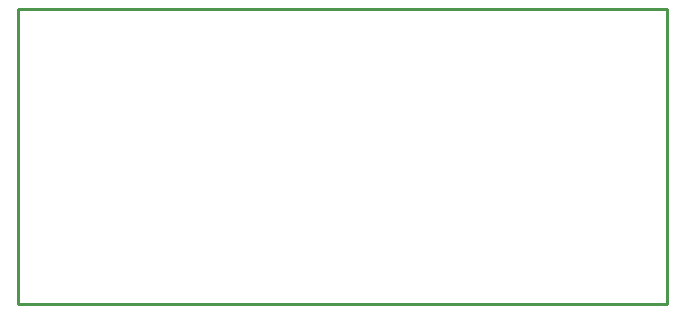
<source format=gko>
G04 Layer: BoardOutlineLayer*
G04 EasyEDA v6.5.5, 2022-06-09 08:05:29*
G04 69c24ae5296d417eb78979a02e7a08e9,9bf960991b9d4efa812b5d32ee5e6833,10*
G04 Gerber Generator version 0.2*
G04 Scale: 100 percent, Rotated: No, Reflected: No *
G04 Dimensions in millimeters *
G04 leading zeros omitted , absolute positions ,4 integer and 5 decimal *
%FSLAX45Y45*%
%MOMM*%

%ADD10C,0.2540*%
D10*
X702899Y9299981D02*
G01*
X6202888Y9299981D01*
X6202888Y6799986D01*
X702899Y6799986D01*
X702899Y9299981D01*

%LPD*%
M02*

</source>
